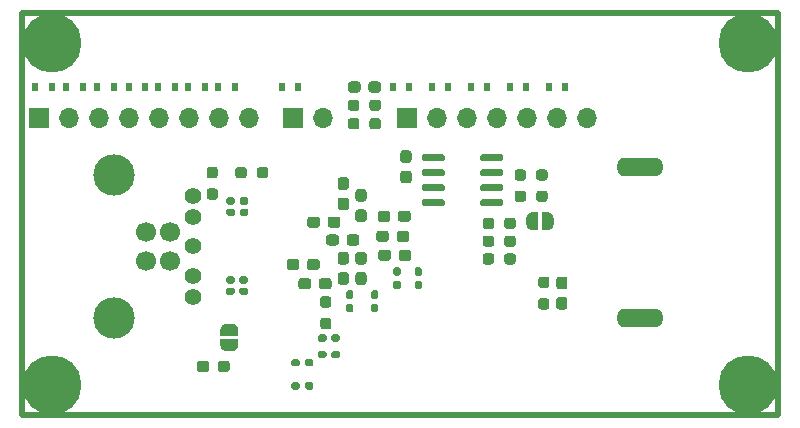
<source format=gbr>
G04 #@! TF.GenerationSoftware,KiCad,Pcbnew,5.1.10-6.fc33*
G04 #@! TF.CreationDate,2021-10-31T18:09:00+00:00*
G04 #@! TF.ProjectId,vl670,766c3637-302e-46b6-9963-61645f706362,rev?*
G04 #@! TF.SameCoordinates,Original*
G04 #@! TF.FileFunction,Soldermask,Bot*
G04 #@! TF.FilePolarity,Negative*
%FSLAX46Y46*%
G04 Gerber Fmt 4.6, Leading zero omitted, Abs format (unit mm)*
G04 Created by KiCad (PCBNEW 5.1.10-6.fc33) date 2021-10-31 18:09:00*
%MOMM*%
%LPD*%
G01*
G04 APERTURE LIST*
%ADD10C,0.508000*%
%ADD11C,1.400000*%
%ADD12C,3.500000*%
%ADD13C,1.700000*%
%ADD14C,0.100000*%
%ADD15C,0.800000*%
%ADD16C,5.000000*%
%ADD17O,1.700000X1.700000*%
%ADD18R,1.700000X1.700000*%
%ADD19R,0.600000X0.700000*%
%ADD20O,4.000000X1.600000*%
G04 APERTURE END LIST*
D10*
X172500000Y-103500000D02*
X236500000Y-103500000D01*
X172500000Y-137500000D02*
X172500000Y-103500000D01*
X236500000Y-137500000D02*
X172500000Y-137500000D01*
X236500000Y-103500000D02*
X236500000Y-137500000D01*
D11*
G04 #@! TO.C,J2*
X187000000Y-125750000D03*
X187000000Y-127500000D03*
X187000000Y-119000000D03*
X187000000Y-120750000D03*
X187000000Y-123250000D03*
D12*
X180290000Y-129270000D03*
X180290000Y-117230000D03*
D13*
X185000000Y-122000000D03*
X185000000Y-124500000D03*
X183000000Y-124500000D03*
X183000000Y-122000000D03*
G04 #@! TD*
D14*
G04 #@! TO.C,JP2*
G36*
X190800000Y-131100000D02*
G01*
X190800000Y-131600000D01*
X190799398Y-131600000D01*
X190799398Y-131624534D01*
X190794588Y-131673365D01*
X190785016Y-131721490D01*
X190770772Y-131768445D01*
X190751995Y-131813778D01*
X190728864Y-131857051D01*
X190701604Y-131897850D01*
X190670476Y-131935779D01*
X190635779Y-131970476D01*
X190597850Y-132001604D01*
X190557051Y-132028864D01*
X190513778Y-132051995D01*
X190468445Y-132070772D01*
X190421490Y-132085016D01*
X190373365Y-132094588D01*
X190324534Y-132099398D01*
X190300000Y-132099398D01*
X190300000Y-132100000D01*
X189800000Y-132100000D01*
X189800000Y-132099398D01*
X189775466Y-132099398D01*
X189726635Y-132094588D01*
X189678510Y-132085016D01*
X189631555Y-132070772D01*
X189586222Y-132051995D01*
X189542949Y-132028864D01*
X189502150Y-132001604D01*
X189464221Y-131970476D01*
X189429524Y-131935779D01*
X189398396Y-131897850D01*
X189371136Y-131857051D01*
X189348005Y-131813778D01*
X189329228Y-131768445D01*
X189314984Y-131721490D01*
X189305412Y-131673365D01*
X189300602Y-131624534D01*
X189300602Y-131600000D01*
X189300000Y-131600000D01*
X189300000Y-131100000D01*
X190800000Y-131100000D01*
G37*
G36*
X189300602Y-130300000D02*
G01*
X189300602Y-130275466D01*
X189305412Y-130226635D01*
X189314984Y-130178510D01*
X189329228Y-130131555D01*
X189348005Y-130086222D01*
X189371136Y-130042949D01*
X189398396Y-130002150D01*
X189429524Y-129964221D01*
X189464221Y-129929524D01*
X189502150Y-129898396D01*
X189542949Y-129871136D01*
X189586222Y-129848005D01*
X189631555Y-129829228D01*
X189678510Y-129814984D01*
X189726635Y-129805412D01*
X189775466Y-129800602D01*
X189800000Y-129800602D01*
X189800000Y-129800000D01*
X190300000Y-129800000D01*
X190300000Y-129800602D01*
X190324534Y-129800602D01*
X190373365Y-129805412D01*
X190421490Y-129814984D01*
X190468445Y-129829228D01*
X190513778Y-129848005D01*
X190557051Y-129871136D01*
X190597850Y-129898396D01*
X190635779Y-129929524D01*
X190670476Y-129964221D01*
X190701604Y-130002150D01*
X190728864Y-130042949D01*
X190751995Y-130086222D01*
X190770772Y-130131555D01*
X190785016Y-130178510D01*
X190794588Y-130226635D01*
X190799398Y-130275466D01*
X190799398Y-130300000D01*
X190800000Y-130300000D01*
X190800000Y-130800000D01*
X189300000Y-130800000D01*
X189300000Y-130300000D01*
X189300602Y-130300000D01*
G37*
G04 #@! TD*
G04 #@! TO.C,FB1*
G36*
G01*
X188350000Y-133162500D02*
X188350000Y-133637500D01*
G75*
G02*
X188112500Y-133875000I-237500J0D01*
G01*
X187537500Y-133875000D01*
G75*
G02*
X187300000Y-133637500I0J237500D01*
G01*
X187300000Y-133162500D01*
G75*
G02*
X187537500Y-132925000I237500J0D01*
G01*
X188112500Y-132925000D01*
G75*
G02*
X188350000Y-133162500I0J-237500D01*
G01*
G37*
G36*
G01*
X190100000Y-133162500D02*
X190100000Y-133637500D01*
G75*
G02*
X189862500Y-133875000I-237500J0D01*
G01*
X189287500Y-133875000D01*
G75*
G02*
X189050000Y-133637500I0J237500D01*
G01*
X189050000Y-133162500D01*
G75*
G02*
X189287500Y-132925000I237500J0D01*
G01*
X189862500Y-132925000D01*
G75*
G02*
X190100000Y-133162500I0J-237500D01*
G01*
G37*
G04 #@! TD*
G04 #@! TO.C,C82*
G36*
G01*
X198280000Y-132245000D02*
X198280000Y-132555000D01*
G75*
G02*
X198125000Y-132710000I-155000J0D01*
G01*
X197700000Y-132710000D01*
G75*
G02*
X197545000Y-132555000I0J155000D01*
G01*
X197545000Y-132245000D01*
G75*
G02*
X197700000Y-132090000I155000J0D01*
G01*
X198125000Y-132090000D01*
G75*
G02*
X198280000Y-132245000I0J-155000D01*
G01*
G37*
G36*
G01*
X199415000Y-132245000D02*
X199415000Y-132555000D01*
G75*
G02*
X199260000Y-132710000I-155000J0D01*
G01*
X198835000Y-132710000D01*
G75*
G02*
X198680000Y-132555000I0J155000D01*
G01*
X198680000Y-132245000D01*
G75*
G02*
X198835000Y-132090000I155000J0D01*
G01*
X199260000Y-132090000D01*
G75*
G02*
X199415000Y-132245000I0J-155000D01*
G01*
G37*
G04 #@! TD*
G04 #@! TO.C,C81*
G36*
G01*
X198280000Y-130845000D02*
X198280000Y-131155000D01*
G75*
G02*
X198125000Y-131310000I-155000J0D01*
G01*
X197700000Y-131310000D01*
G75*
G02*
X197545000Y-131155000I0J155000D01*
G01*
X197545000Y-130845000D01*
G75*
G02*
X197700000Y-130690000I155000J0D01*
G01*
X198125000Y-130690000D01*
G75*
G02*
X198280000Y-130845000I0J-155000D01*
G01*
G37*
G36*
G01*
X199415000Y-130845000D02*
X199415000Y-131155000D01*
G75*
G02*
X199260000Y-131310000I-155000J0D01*
G01*
X198835000Y-131310000D01*
G75*
G02*
X198680000Y-131155000I0J155000D01*
G01*
X198680000Y-130845000D01*
G75*
G02*
X198835000Y-130690000I155000J0D01*
G01*
X199260000Y-130690000D01*
G75*
G02*
X199415000Y-130845000I0J-155000D01*
G01*
G37*
G04 #@! TD*
G04 #@! TO.C,C80*
G36*
G01*
X196432500Y-133255000D02*
X196432500Y-132945000D01*
G75*
G02*
X196587500Y-132790000I155000J0D01*
G01*
X197012500Y-132790000D01*
G75*
G02*
X197167500Y-132945000I0J-155000D01*
G01*
X197167500Y-133255000D01*
G75*
G02*
X197012500Y-133410000I-155000J0D01*
G01*
X196587500Y-133410000D01*
G75*
G02*
X196432500Y-133255000I0J155000D01*
G01*
G37*
G36*
G01*
X195297500Y-133255000D02*
X195297500Y-132945000D01*
G75*
G02*
X195452500Y-132790000I155000J0D01*
G01*
X195877500Y-132790000D01*
G75*
G02*
X196032500Y-132945000I0J-155000D01*
G01*
X196032500Y-133255000D01*
G75*
G02*
X195877500Y-133410000I-155000J0D01*
G01*
X195452500Y-133410000D01*
G75*
G02*
X195297500Y-133255000I0J155000D01*
G01*
G37*
G04 #@! TD*
G04 #@! TO.C,C79*
G36*
G01*
X196432500Y-135205000D02*
X196432500Y-134895000D01*
G75*
G02*
X196587500Y-134740000I155000J0D01*
G01*
X197012500Y-134740000D01*
G75*
G02*
X197167500Y-134895000I0J-155000D01*
G01*
X197167500Y-135205000D01*
G75*
G02*
X197012500Y-135360000I-155000J0D01*
G01*
X196587500Y-135360000D01*
G75*
G02*
X196432500Y-135205000I0J155000D01*
G01*
G37*
G36*
G01*
X195297500Y-135205000D02*
X195297500Y-134895000D01*
G75*
G02*
X195452500Y-134740000I155000J0D01*
G01*
X195877500Y-134740000D01*
G75*
G02*
X196032500Y-134895000I0J-155000D01*
G01*
X196032500Y-135205000D01*
G75*
G02*
X195877500Y-135360000I-155000J0D01*
G01*
X195452500Y-135360000D01*
G75*
G02*
X195297500Y-135205000I0J155000D01*
G01*
G37*
G04 #@! TD*
G04 #@! TO.C,C74*
G36*
G01*
X190900000Y-126235000D02*
X190900000Y-125925000D01*
G75*
G02*
X191055000Y-125770000I155000J0D01*
G01*
X191480000Y-125770000D01*
G75*
G02*
X191635000Y-125925000I0J-155000D01*
G01*
X191635000Y-126235000D01*
G75*
G02*
X191480000Y-126390000I-155000J0D01*
G01*
X191055000Y-126390000D01*
G75*
G02*
X190900000Y-126235000I0J155000D01*
G01*
G37*
G36*
G01*
X189765000Y-126235000D02*
X189765000Y-125925000D01*
G75*
G02*
X189920000Y-125770000I155000J0D01*
G01*
X190345000Y-125770000D01*
G75*
G02*
X190500000Y-125925000I0J-155000D01*
G01*
X190500000Y-126235000D01*
G75*
G02*
X190345000Y-126390000I-155000J0D01*
G01*
X189920000Y-126390000D01*
G75*
G02*
X189765000Y-126235000I0J155000D01*
G01*
G37*
G04 #@! TD*
G04 #@! TO.C,C73*
G36*
G01*
X190900000Y-127205000D02*
X190900000Y-126895000D01*
G75*
G02*
X191055000Y-126740000I155000J0D01*
G01*
X191480000Y-126740000D01*
G75*
G02*
X191635000Y-126895000I0J-155000D01*
G01*
X191635000Y-127205000D01*
G75*
G02*
X191480000Y-127360000I-155000J0D01*
G01*
X191055000Y-127360000D01*
G75*
G02*
X190900000Y-127205000I0J155000D01*
G01*
G37*
G36*
G01*
X189765000Y-127205000D02*
X189765000Y-126895000D01*
G75*
G02*
X189920000Y-126740000I155000J0D01*
G01*
X190345000Y-126740000D01*
G75*
G02*
X190500000Y-126895000I0J-155000D01*
G01*
X190500000Y-127205000D01*
G75*
G02*
X190345000Y-127360000I-155000J0D01*
G01*
X189920000Y-127360000D01*
G75*
G02*
X189765000Y-127205000I0J155000D01*
G01*
G37*
G04 #@! TD*
D15*
G04 #@! TO.C,H4*
X235325825Y-133674175D03*
X234000000Y-133125000D03*
X232674175Y-133674175D03*
X232125000Y-135000000D03*
X232674175Y-136325825D03*
X234000000Y-136875000D03*
X235325825Y-136325825D03*
X235875000Y-135000000D03*
D16*
X234000000Y-135000000D03*
G04 #@! TD*
D15*
G04 #@! TO.C,H3*
X235325825Y-104674175D03*
X234000000Y-104125000D03*
X232674175Y-104674175D03*
X232125000Y-106000000D03*
X232674175Y-107325825D03*
X234000000Y-107875000D03*
X235325825Y-107325825D03*
X235875000Y-106000000D03*
D16*
X234000000Y-106000000D03*
G04 #@! TD*
D15*
G04 #@! TO.C,H2*
X176325825Y-133674175D03*
X175000000Y-133125000D03*
X173674175Y-133674175D03*
X173125000Y-135000000D03*
X173674175Y-136325825D03*
X175000000Y-136875000D03*
X176325825Y-136325825D03*
X176875000Y-135000000D03*
D16*
X175000000Y-135000000D03*
G04 #@! TD*
D15*
G04 #@! TO.C,H1*
X176325825Y-104674175D03*
X175000000Y-104125000D03*
X173674175Y-104674175D03*
X173125000Y-106000000D03*
X173674175Y-107325825D03*
X175000000Y-107875000D03*
X176325825Y-107325825D03*
X176875000Y-106000000D03*
D16*
X175000000Y-106000000D03*
G04 #@! TD*
D17*
G04 #@! TO.C,J3*
X191740000Y-112400000D03*
X189200000Y-112400000D03*
X186660000Y-112400000D03*
X184120000Y-112400000D03*
X181580000Y-112400000D03*
X179040000Y-112400000D03*
X176500000Y-112400000D03*
D18*
X173960000Y-112400000D03*
G04 #@! TD*
G04 #@! TO.C,R13*
G36*
G01*
X188362500Y-118325000D02*
X188837500Y-118325000D01*
G75*
G02*
X189075000Y-118562500I0J-237500D01*
G01*
X189075000Y-119062500D01*
G75*
G02*
X188837500Y-119300000I-237500J0D01*
G01*
X188362500Y-119300000D01*
G75*
G02*
X188125000Y-119062500I0J237500D01*
G01*
X188125000Y-118562500D01*
G75*
G02*
X188362500Y-118325000I237500J0D01*
G01*
G37*
G36*
G01*
X188362500Y-116500000D02*
X188837500Y-116500000D01*
G75*
G02*
X189075000Y-116737500I0J-237500D01*
G01*
X189075000Y-117237500D01*
G75*
G02*
X188837500Y-117475000I-237500J0D01*
G01*
X188362500Y-117475000D01*
G75*
G02*
X188125000Y-117237500I0J237500D01*
G01*
X188125000Y-116737500D01*
G75*
G02*
X188362500Y-116500000I237500J0D01*
G01*
G37*
G04 #@! TD*
D19*
G04 #@! TO.C,D19*
X173600000Y-109728000D03*
X175000000Y-109728000D03*
G04 #@! TD*
G04 #@! TO.C,R23*
G36*
G01*
X216915000Y-126775000D02*
X216440000Y-126775000D01*
G75*
G02*
X216202500Y-126537500I0J237500D01*
G01*
X216202500Y-126037500D01*
G75*
G02*
X216440000Y-125800000I237500J0D01*
G01*
X216915000Y-125800000D01*
G75*
G02*
X217152500Y-126037500I0J-237500D01*
G01*
X217152500Y-126537500D01*
G75*
G02*
X216915000Y-126775000I-237500J0D01*
G01*
G37*
G36*
G01*
X216915000Y-128600000D02*
X216440000Y-128600000D01*
G75*
G02*
X216202500Y-128362500I0J237500D01*
G01*
X216202500Y-127862500D01*
G75*
G02*
X216440000Y-127625000I237500J0D01*
G01*
X216915000Y-127625000D01*
G75*
G02*
X217152500Y-127862500I0J-237500D01*
G01*
X217152500Y-128362500D01*
G75*
G02*
X216915000Y-128600000I-237500J0D01*
G01*
G37*
G04 #@! TD*
D20*
G04 #@! TO.C,J4*
X224815000Y-129290000D03*
X224815000Y-116490000D03*
G04 #@! TD*
G04 #@! TO.C,R21*
G36*
G01*
X201911000Y-113089500D02*
X201911000Y-112614500D01*
G75*
G02*
X202148500Y-112377000I237500J0D01*
G01*
X202648500Y-112377000D01*
G75*
G02*
X202886000Y-112614500I0J-237500D01*
G01*
X202886000Y-113089500D01*
G75*
G02*
X202648500Y-113327000I-237500J0D01*
G01*
X202148500Y-113327000D01*
G75*
G02*
X201911000Y-113089500I0J237500D01*
G01*
G37*
G36*
G01*
X200086000Y-113089500D02*
X200086000Y-112614500D01*
G75*
G02*
X200323500Y-112377000I237500J0D01*
G01*
X200823500Y-112377000D01*
G75*
G02*
X201061000Y-112614500I0J-237500D01*
G01*
X201061000Y-113089500D01*
G75*
G02*
X200823500Y-113327000I-237500J0D01*
G01*
X200323500Y-113327000D01*
G75*
G02*
X200086000Y-113089500I0J237500D01*
G01*
G37*
G04 #@! TD*
G04 #@! TO.C,R20*
G36*
G01*
X201911000Y-111537500D02*
X201911000Y-111062500D01*
G75*
G02*
X202148500Y-110825000I237500J0D01*
G01*
X202648500Y-110825000D01*
G75*
G02*
X202886000Y-111062500I0J-237500D01*
G01*
X202886000Y-111537500D01*
G75*
G02*
X202648500Y-111775000I-237500J0D01*
G01*
X202148500Y-111775000D01*
G75*
G02*
X201911000Y-111537500I0J237500D01*
G01*
G37*
G36*
G01*
X200086000Y-111537500D02*
X200086000Y-111062500D01*
G75*
G02*
X200323500Y-110825000I237500J0D01*
G01*
X200823500Y-110825000D01*
G75*
G02*
X201061000Y-111062500I0J-237500D01*
G01*
X201061000Y-111537500D01*
G75*
G02*
X200823500Y-111775000I-237500J0D01*
G01*
X200323500Y-111775000D01*
G75*
G02*
X200086000Y-111537500I0J237500D01*
G01*
G37*
G04 #@! TD*
D19*
G04 #@! TO.C,D18*
X194500000Y-109728000D03*
X195900000Y-109728000D03*
G04 #@! TD*
G04 #@! TO.C,D17*
X218505000Y-109764000D03*
X217105000Y-109764000D03*
G04 #@! TD*
G04 #@! TO.C,D16*
X211901000Y-109764000D03*
X210501000Y-109764000D03*
G04 #@! TD*
G04 #@! TO.C,D15*
X215203000Y-109764000D03*
X213803000Y-109764000D03*
G04 #@! TD*
G04 #@! TO.C,D14*
X205297000Y-109728000D03*
X203897000Y-109728000D03*
G04 #@! TD*
G04 #@! TO.C,D13*
X208599000Y-109764000D03*
X207199000Y-109764000D03*
G04 #@! TD*
G04 #@! TO.C,D12*
X189130000Y-109728000D03*
X190530000Y-109728000D03*
G04 #@! TD*
G04 #@! TO.C,D11*
X186550000Y-109728000D03*
X187950000Y-109728000D03*
G04 #@! TD*
G04 #@! TO.C,D10*
X184040000Y-109728000D03*
X185440000Y-109728000D03*
G04 #@! TD*
G04 #@! TO.C,D9*
X181520000Y-109728000D03*
X182920000Y-109728000D03*
G04 #@! TD*
G04 #@! TO.C,D8*
X178880000Y-109728000D03*
X180280000Y-109728000D03*
G04 #@! TD*
G04 #@! TO.C,D7*
X176240000Y-109728000D03*
X177640000Y-109728000D03*
G04 #@! TD*
G04 #@! TO.C,R5*
G36*
G01*
X197984300Y-127462500D02*
X198459300Y-127462500D01*
G75*
G02*
X198696800Y-127700000I0J-237500D01*
G01*
X198696800Y-128200000D01*
G75*
G02*
X198459300Y-128437500I-237500J0D01*
G01*
X197984300Y-128437500D01*
G75*
G02*
X197746800Y-128200000I0J237500D01*
G01*
X197746800Y-127700000D01*
G75*
G02*
X197984300Y-127462500I237500J0D01*
G01*
G37*
G36*
G01*
X197984300Y-129287500D02*
X198459300Y-129287500D01*
G75*
G02*
X198696800Y-129525000I0J-237500D01*
G01*
X198696800Y-130025000D01*
G75*
G02*
X198459300Y-130262500I-237500J0D01*
G01*
X197984300Y-130262500D01*
G75*
G02*
X197746800Y-130025000I0J237500D01*
G01*
X197746800Y-129525000D01*
G75*
G02*
X197984300Y-129287500I237500J0D01*
G01*
G37*
G04 #@! TD*
G04 #@! TO.C,R7*
G36*
G01*
X211500000Y-123037500D02*
X211500000Y-122562500D01*
G75*
G02*
X211737500Y-122325000I237500J0D01*
G01*
X212237500Y-122325000D01*
G75*
G02*
X212475000Y-122562500I0J-237500D01*
G01*
X212475000Y-123037500D01*
G75*
G02*
X212237500Y-123275000I-237500J0D01*
G01*
X211737500Y-123275000D01*
G75*
G02*
X211500000Y-123037500I0J237500D01*
G01*
G37*
G36*
G01*
X213325000Y-123037500D02*
X213325000Y-122562500D01*
G75*
G02*
X213562500Y-122325000I237500J0D01*
G01*
X214062500Y-122325000D01*
G75*
G02*
X214300000Y-122562500I0J-237500D01*
G01*
X214300000Y-123037500D01*
G75*
G02*
X214062500Y-123275000I-237500J0D01*
G01*
X213562500Y-123275000D01*
G75*
G02*
X213325000Y-123037500I0J237500D01*
G01*
G37*
G04 #@! TD*
G04 #@! TO.C,R10*
G36*
G01*
X215175000Y-116962500D02*
X215175000Y-117437500D01*
G75*
G02*
X214937500Y-117675000I-237500J0D01*
G01*
X214437500Y-117675000D01*
G75*
G02*
X214200000Y-117437500I0J237500D01*
G01*
X214200000Y-116962500D01*
G75*
G02*
X214437500Y-116725000I237500J0D01*
G01*
X214937500Y-116725000D01*
G75*
G02*
X215175000Y-116962500I0J-237500D01*
G01*
G37*
G36*
G01*
X217000000Y-116962500D02*
X217000000Y-117437500D01*
G75*
G02*
X216762500Y-117675000I-237500J0D01*
G01*
X216262500Y-117675000D01*
G75*
G02*
X216025000Y-117437500I0J237500D01*
G01*
X216025000Y-116962500D01*
G75*
G02*
X216262500Y-116725000I237500J0D01*
G01*
X216762500Y-116725000D01*
G75*
G02*
X217000000Y-116962500I0J-237500D01*
G01*
G37*
G04 #@! TD*
D17*
G04 #@! TO.C,J5*
X198000000Y-112400000D03*
D18*
X195460000Y-112400000D03*
G04 #@! TD*
D17*
G04 #@! TO.C,J1*
X220330000Y-112400000D03*
X217790000Y-112400000D03*
X215250000Y-112400000D03*
X212710000Y-112400000D03*
X210170000Y-112400000D03*
X207630000Y-112400000D03*
D18*
X205090000Y-112400000D03*
G04 #@! TD*
G04 #@! TO.C,C20*
G36*
G01*
X217962500Y-127525000D02*
X218437500Y-127525000D01*
G75*
G02*
X218675000Y-127762500I0J-237500D01*
G01*
X218675000Y-128362500D01*
G75*
G02*
X218437500Y-128600000I-237500J0D01*
G01*
X217962500Y-128600000D01*
G75*
G02*
X217725000Y-128362500I0J237500D01*
G01*
X217725000Y-127762500D01*
G75*
G02*
X217962500Y-127525000I237500J0D01*
G01*
G37*
G36*
G01*
X217962500Y-125800000D02*
X218437500Y-125800000D01*
G75*
G02*
X218675000Y-126037500I0J-237500D01*
G01*
X218675000Y-126637500D01*
G75*
G02*
X218437500Y-126875000I-237500J0D01*
G01*
X217962500Y-126875000D01*
G75*
G02*
X217725000Y-126637500I0J237500D01*
G01*
X217725000Y-126037500D01*
G75*
G02*
X217962500Y-125800000I237500J0D01*
G01*
G37*
G04 #@! TD*
G04 #@! TO.C,C26*
G36*
G01*
X204762500Y-115100000D02*
X205237500Y-115100000D01*
G75*
G02*
X205475000Y-115337500I0J-237500D01*
G01*
X205475000Y-115937500D01*
G75*
G02*
X205237500Y-116175000I-237500J0D01*
G01*
X204762500Y-116175000D01*
G75*
G02*
X204525000Y-115937500I0J237500D01*
G01*
X204525000Y-115337500D01*
G75*
G02*
X204762500Y-115100000I237500J0D01*
G01*
G37*
G36*
G01*
X204762500Y-116825000D02*
X205237500Y-116825000D01*
G75*
G02*
X205475000Y-117062500I0J-237500D01*
G01*
X205475000Y-117662500D01*
G75*
G02*
X205237500Y-117900000I-237500J0D01*
G01*
X204762500Y-117900000D01*
G75*
G02*
X204525000Y-117662500I0J237500D01*
G01*
X204525000Y-117062500D01*
G75*
G02*
X204762500Y-116825000I237500J0D01*
G01*
G37*
G04 #@! TD*
G04 #@! TO.C,C32*
G36*
G01*
X203737500Y-123762500D02*
X203737500Y-124237500D01*
G75*
G02*
X203500000Y-124475000I-237500J0D01*
G01*
X202900000Y-124475000D01*
G75*
G02*
X202662500Y-124237500I0J237500D01*
G01*
X202662500Y-123762500D01*
G75*
G02*
X202900000Y-123525000I237500J0D01*
G01*
X203500000Y-123525000D01*
G75*
G02*
X203737500Y-123762500I0J-237500D01*
G01*
G37*
G36*
G01*
X205462500Y-123762500D02*
X205462500Y-124237500D01*
G75*
G02*
X205225000Y-124475000I-237500J0D01*
G01*
X204625000Y-124475000D01*
G75*
G02*
X204387500Y-124237500I0J237500D01*
G01*
X204387500Y-123762500D01*
G75*
G02*
X204625000Y-123525000I237500J0D01*
G01*
X205225000Y-123525000D01*
G75*
G02*
X205462500Y-123762500I0J-237500D01*
G01*
G37*
G04 #@! TD*
G04 #@! TO.C,C33*
G36*
G01*
X205400000Y-120462500D02*
X205400000Y-120937500D01*
G75*
G02*
X205162500Y-121175000I-237500J0D01*
G01*
X204562500Y-121175000D01*
G75*
G02*
X204325000Y-120937500I0J237500D01*
G01*
X204325000Y-120462500D01*
G75*
G02*
X204562500Y-120225000I237500J0D01*
G01*
X205162500Y-120225000D01*
G75*
G02*
X205400000Y-120462500I0J-237500D01*
G01*
G37*
G36*
G01*
X203675000Y-120462500D02*
X203675000Y-120937500D01*
G75*
G02*
X203437500Y-121175000I-237500J0D01*
G01*
X202837500Y-121175000D01*
G75*
G02*
X202600000Y-120937500I0J237500D01*
G01*
X202600000Y-120462500D01*
G75*
G02*
X202837500Y-120225000I237500J0D01*
G01*
X203437500Y-120225000D01*
G75*
G02*
X203675000Y-120462500I0J-237500D01*
G01*
G37*
G04 #@! TD*
G04 #@! TO.C,C34*
G36*
G01*
X200962500Y-120112500D02*
X201437500Y-120112500D01*
G75*
G02*
X201675000Y-120350000I0J-237500D01*
G01*
X201675000Y-120950000D01*
G75*
G02*
X201437500Y-121187500I-237500J0D01*
G01*
X200962500Y-121187500D01*
G75*
G02*
X200725000Y-120950000I0J237500D01*
G01*
X200725000Y-120350000D01*
G75*
G02*
X200962500Y-120112500I237500J0D01*
G01*
G37*
G36*
G01*
X200962500Y-118387500D02*
X201437500Y-118387500D01*
G75*
G02*
X201675000Y-118625000I0J-237500D01*
G01*
X201675000Y-119225000D01*
G75*
G02*
X201437500Y-119462500I-237500J0D01*
G01*
X200962500Y-119462500D01*
G75*
G02*
X200725000Y-119225000I0J237500D01*
G01*
X200725000Y-118625000D01*
G75*
G02*
X200962500Y-118387500I237500J0D01*
G01*
G37*
G04 #@! TD*
G04 #@! TO.C,C35*
G36*
G01*
X197700000Y-124540000D02*
X197700000Y-125015000D01*
G75*
G02*
X197462500Y-125252500I-237500J0D01*
G01*
X196862500Y-125252500D01*
G75*
G02*
X196625000Y-125015000I0J237500D01*
G01*
X196625000Y-124540000D01*
G75*
G02*
X196862500Y-124302500I237500J0D01*
G01*
X197462500Y-124302500D01*
G75*
G02*
X197700000Y-124540000I0J-237500D01*
G01*
G37*
G36*
G01*
X195975000Y-124540000D02*
X195975000Y-125015000D01*
G75*
G02*
X195737500Y-125252500I-237500J0D01*
G01*
X195137500Y-125252500D01*
G75*
G02*
X194900000Y-125015000I0J237500D01*
G01*
X194900000Y-124540000D01*
G75*
G02*
X195137500Y-124302500I237500J0D01*
G01*
X195737500Y-124302500D01*
G75*
G02*
X195975000Y-124540000I0J-237500D01*
G01*
G37*
G04 #@! TD*
G04 #@! TO.C,C41*
G36*
G01*
X201437500Y-126500000D02*
X200962500Y-126500000D01*
G75*
G02*
X200725000Y-126262500I0J237500D01*
G01*
X200725000Y-125662500D01*
G75*
G02*
X200962500Y-125425000I237500J0D01*
G01*
X201437500Y-125425000D01*
G75*
G02*
X201675000Y-125662500I0J-237500D01*
G01*
X201675000Y-126262500D01*
G75*
G02*
X201437500Y-126500000I-237500J0D01*
G01*
G37*
G36*
G01*
X201437500Y-124775000D02*
X200962500Y-124775000D01*
G75*
G02*
X200725000Y-124537500I0J237500D01*
G01*
X200725000Y-123937500D01*
G75*
G02*
X200962500Y-123700000I237500J0D01*
G01*
X201437500Y-123700000D01*
G75*
G02*
X201675000Y-123937500I0J-237500D01*
G01*
X201675000Y-124537500D01*
G75*
G02*
X201437500Y-124775000I-237500J0D01*
G01*
G37*
G04 #@! TD*
G04 #@! TO.C,C42*
G36*
G01*
X198700000Y-126162500D02*
X198700000Y-126637500D01*
G75*
G02*
X198462500Y-126875000I-237500J0D01*
G01*
X197862500Y-126875000D01*
G75*
G02*
X197625000Y-126637500I0J237500D01*
G01*
X197625000Y-126162500D01*
G75*
G02*
X197862500Y-125925000I237500J0D01*
G01*
X198462500Y-125925000D01*
G75*
G02*
X198700000Y-126162500I0J-237500D01*
G01*
G37*
G36*
G01*
X196975000Y-126162500D02*
X196975000Y-126637500D01*
G75*
G02*
X196737500Y-126875000I-237500J0D01*
G01*
X196137500Y-126875000D01*
G75*
G02*
X195900000Y-126637500I0J237500D01*
G01*
X195900000Y-126162500D01*
G75*
G02*
X196137500Y-125925000I237500J0D01*
G01*
X196737500Y-125925000D01*
G75*
G02*
X196975000Y-126162500I0J-237500D01*
G01*
G37*
G04 #@! TD*
G04 #@! TO.C,C43*
G36*
G01*
X199937500Y-124775000D02*
X199462500Y-124775000D01*
G75*
G02*
X199225000Y-124537500I0J237500D01*
G01*
X199225000Y-123937500D01*
G75*
G02*
X199462500Y-123700000I237500J0D01*
G01*
X199937500Y-123700000D01*
G75*
G02*
X200175000Y-123937500I0J-237500D01*
G01*
X200175000Y-124537500D01*
G75*
G02*
X199937500Y-124775000I-237500J0D01*
G01*
G37*
G36*
G01*
X199937500Y-126500000D02*
X199462500Y-126500000D01*
G75*
G02*
X199225000Y-126262500I0J237500D01*
G01*
X199225000Y-125662500D01*
G75*
G02*
X199462500Y-125425000I237500J0D01*
G01*
X199937500Y-125425000D01*
G75*
G02*
X200175000Y-125662500I0J-237500D01*
G01*
X200175000Y-126262500D01*
G75*
G02*
X199937500Y-126500000I-237500J0D01*
G01*
G37*
G04 #@! TD*
G04 #@! TO.C,C61*
G36*
G01*
X203562500Y-122162500D02*
X203562500Y-122637500D01*
G75*
G02*
X203325000Y-122875000I-237500J0D01*
G01*
X202725000Y-122875000D01*
G75*
G02*
X202487500Y-122637500I0J237500D01*
G01*
X202487500Y-122162500D01*
G75*
G02*
X202725000Y-121925000I237500J0D01*
G01*
X203325000Y-121925000D01*
G75*
G02*
X203562500Y-122162500I0J-237500D01*
G01*
G37*
G36*
G01*
X205287500Y-122162500D02*
X205287500Y-122637500D01*
G75*
G02*
X205050000Y-122875000I-237500J0D01*
G01*
X204450000Y-122875000D01*
G75*
G02*
X204212500Y-122637500I0J237500D01*
G01*
X204212500Y-122162500D01*
G75*
G02*
X204450000Y-121925000I237500J0D01*
G01*
X205050000Y-121925000D01*
G75*
G02*
X205287500Y-122162500I0J-237500D01*
G01*
G37*
G04 #@! TD*
G04 #@! TO.C,C62*
G36*
G01*
X199937500Y-120187500D02*
X199462500Y-120187500D01*
G75*
G02*
X199225000Y-119950000I0J237500D01*
G01*
X199225000Y-119350000D01*
G75*
G02*
X199462500Y-119112500I237500J0D01*
G01*
X199937500Y-119112500D01*
G75*
G02*
X200175000Y-119350000I0J-237500D01*
G01*
X200175000Y-119950000D01*
G75*
G02*
X199937500Y-120187500I-237500J0D01*
G01*
G37*
G36*
G01*
X199937500Y-118462500D02*
X199462500Y-118462500D01*
G75*
G02*
X199225000Y-118225000I0J237500D01*
G01*
X199225000Y-117625000D01*
G75*
G02*
X199462500Y-117387500I237500J0D01*
G01*
X199937500Y-117387500D01*
G75*
G02*
X200175000Y-117625000I0J-237500D01*
G01*
X200175000Y-118225000D01*
G75*
G02*
X199937500Y-118462500I-237500J0D01*
G01*
G37*
G04 #@! TD*
D14*
G04 #@! TO.C,JP1*
G36*
X216200000Y-121850000D02*
G01*
X215700000Y-121850000D01*
X215700000Y-121849398D01*
X215675466Y-121849398D01*
X215626635Y-121844588D01*
X215578510Y-121835016D01*
X215531555Y-121820772D01*
X215486222Y-121801995D01*
X215442949Y-121778864D01*
X215402150Y-121751604D01*
X215364221Y-121720476D01*
X215329524Y-121685779D01*
X215298396Y-121647850D01*
X215271136Y-121607051D01*
X215248005Y-121563778D01*
X215229228Y-121518445D01*
X215214984Y-121471490D01*
X215205412Y-121423365D01*
X215200602Y-121374534D01*
X215200602Y-121350000D01*
X215200000Y-121350000D01*
X215200000Y-120850000D01*
X215200602Y-120850000D01*
X215200602Y-120825466D01*
X215205412Y-120776635D01*
X215214984Y-120728510D01*
X215229228Y-120681555D01*
X215248005Y-120636222D01*
X215271136Y-120592949D01*
X215298396Y-120552150D01*
X215329524Y-120514221D01*
X215364221Y-120479524D01*
X215402150Y-120448396D01*
X215442949Y-120421136D01*
X215486222Y-120398005D01*
X215531555Y-120379228D01*
X215578510Y-120364984D01*
X215626635Y-120355412D01*
X215675466Y-120350602D01*
X215700000Y-120350602D01*
X215700000Y-120350000D01*
X216200000Y-120350000D01*
X216200000Y-121850000D01*
G37*
G36*
X217000000Y-120350602D02*
G01*
X217024534Y-120350602D01*
X217073365Y-120355412D01*
X217121490Y-120364984D01*
X217168445Y-120379228D01*
X217213778Y-120398005D01*
X217257051Y-120421136D01*
X217297850Y-120448396D01*
X217335779Y-120479524D01*
X217370476Y-120514221D01*
X217401604Y-120552150D01*
X217428864Y-120592949D01*
X217451995Y-120636222D01*
X217470772Y-120681555D01*
X217485016Y-120728510D01*
X217494588Y-120776635D01*
X217499398Y-120825466D01*
X217499398Y-120850000D01*
X217500000Y-120850000D01*
X217500000Y-121350000D01*
X217499398Y-121350000D01*
X217499398Y-121374534D01*
X217494588Y-121423365D01*
X217485016Y-121471490D01*
X217470772Y-121518445D01*
X217451995Y-121563778D01*
X217428864Y-121607051D01*
X217401604Y-121647850D01*
X217370476Y-121685779D01*
X217335779Y-121720476D01*
X217297850Y-121751604D01*
X217257051Y-121778864D01*
X217213778Y-121801995D01*
X217168445Y-121820772D01*
X217121490Y-121835016D01*
X217073365Y-121844588D01*
X217024534Y-121849398D01*
X217000000Y-121849398D01*
X217000000Y-121850000D01*
X216500000Y-121850000D01*
X216500000Y-120350000D01*
X217000000Y-120350000D01*
X217000000Y-120350602D01*
G37*
G04 #@! TD*
G04 #@! TO.C,R6*
G36*
G01*
X211500000Y-121537500D02*
X211500000Y-121062500D01*
G75*
G02*
X211737500Y-120825000I237500J0D01*
G01*
X212237500Y-120825000D01*
G75*
G02*
X212475000Y-121062500I0J-237500D01*
G01*
X212475000Y-121537500D01*
G75*
G02*
X212237500Y-121775000I-237500J0D01*
G01*
X211737500Y-121775000D01*
G75*
G02*
X211500000Y-121537500I0J237500D01*
G01*
G37*
G36*
G01*
X213325000Y-121537500D02*
X213325000Y-121062500D01*
G75*
G02*
X213562500Y-120825000I237500J0D01*
G01*
X214062500Y-120825000D01*
G75*
G02*
X214300000Y-121062500I0J-237500D01*
G01*
X214300000Y-121537500D01*
G75*
G02*
X214062500Y-121775000I-237500J0D01*
G01*
X213562500Y-121775000D01*
G75*
G02*
X213325000Y-121537500I0J237500D01*
G01*
G37*
G04 #@! TD*
G04 #@! TO.C,R8*
G36*
G01*
X213325000Y-124537500D02*
X213325000Y-124062500D01*
G75*
G02*
X213562500Y-123825000I237500J0D01*
G01*
X214062500Y-123825000D01*
G75*
G02*
X214300000Y-124062500I0J-237500D01*
G01*
X214300000Y-124537500D01*
G75*
G02*
X214062500Y-124775000I-237500J0D01*
G01*
X213562500Y-124775000D01*
G75*
G02*
X213325000Y-124537500I0J237500D01*
G01*
G37*
G36*
G01*
X211500000Y-124537500D02*
X211500000Y-124062500D01*
G75*
G02*
X211737500Y-123825000I237500J0D01*
G01*
X212237500Y-123825000D01*
G75*
G02*
X212475000Y-124062500I0J-237500D01*
G01*
X212475000Y-124537500D01*
G75*
G02*
X212237500Y-124775000I-237500J0D01*
G01*
X211737500Y-124775000D01*
G75*
G02*
X211500000Y-124537500I0J237500D01*
G01*
G37*
G04 #@! TD*
G04 #@! TO.C,R9*
G36*
G01*
X192375000Y-117237500D02*
X192375000Y-116762500D01*
G75*
G02*
X192612500Y-116525000I237500J0D01*
G01*
X193112500Y-116525000D01*
G75*
G02*
X193350000Y-116762500I0J-237500D01*
G01*
X193350000Y-117237500D01*
G75*
G02*
X193112500Y-117475000I-237500J0D01*
G01*
X192612500Y-117475000D01*
G75*
G02*
X192375000Y-117237500I0J237500D01*
G01*
G37*
G36*
G01*
X190550000Y-117237500D02*
X190550000Y-116762500D01*
G75*
G02*
X190787500Y-116525000I237500J0D01*
G01*
X191287500Y-116525000D01*
G75*
G02*
X191525000Y-116762500I0J-237500D01*
G01*
X191525000Y-117237500D01*
G75*
G02*
X191287500Y-117475000I-237500J0D01*
G01*
X190787500Y-117475000D01*
G75*
G02*
X190550000Y-117237500I0J237500D01*
G01*
G37*
G04 #@! TD*
G04 #@! TO.C,R11*
G36*
G01*
X215175000Y-118762500D02*
X215175000Y-119237500D01*
G75*
G02*
X214937500Y-119475000I-237500J0D01*
G01*
X214437500Y-119475000D01*
G75*
G02*
X214200000Y-119237500I0J237500D01*
G01*
X214200000Y-118762500D01*
G75*
G02*
X214437500Y-118525000I237500J0D01*
G01*
X214937500Y-118525000D01*
G75*
G02*
X215175000Y-118762500I0J-237500D01*
G01*
G37*
G36*
G01*
X217000000Y-118762500D02*
X217000000Y-119237500D01*
G75*
G02*
X216762500Y-119475000I-237500J0D01*
G01*
X216262500Y-119475000D01*
G75*
G02*
X216025000Y-119237500I0J237500D01*
G01*
X216025000Y-118762500D01*
G75*
G02*
X216262500Y-118525000I237500J0D01*
G01*
X216762500Y-118525000D01*
G75*
G02*
X217000000Y-118762500I0J-237500D01*
G01*
G37*
G04 #@! TD*
G04 #@! TO.C,U6*
G36*
G01*
X213250000Y-115595000D02*
X213250000Y-115895000D01*
G75*
G02*
X213100000Y-116045000I-150000J0D01*
G01*
X211450000Y-116045000D01*
G75*
G02*
X211300000Y-115895000I0J150000D01*
G01*
X211300000Y-115595000D01*
G75*
G02*
X211450000Y-115445000I150000J0D01*
G01*
X213100000Y-115445000D01*
G75*
G02*
X213250000Y-115595000I0J-150000D01*
G01*
G37*
G36*
G01*
X213250000Y-116865000D02*
X213250000Y-117165000D01*
G75*
G02*
X213100000Y-117315000I-150000J0D01*
G01*
X211450000Y-117315000D01*
G75*
G02*
X211300000Y-117165000I0J150000D01*
G01*
X211300000Y-116865000D01*
G75*
G02*
X211450000Y-116715000I150000J0D01*
G01*
X213100000Y-116715000D01*
G75*
G02*
X213250000Y-116865000I0J-150000D01*
G01*
G37*
G36*
G01*
X213250000Y-118135000D02*
X213250000Y-118435000D01*
G75*
G02*
X213100000Y-118585000I-150000J0D01*
G01*
X211450000Y-118585000D01*
G75*
G02*
X211300000Y-118435000I0J150000D01*
G01*
X211300000Y-118135000D01*
G75*
G02*
X211450000Y-117985000I150000J0D01*
G01*
X213100000Y-117985000D01*
G75*
G02*
X213250000Y-118135000I0J-150000D01*
G01*
G37*
G36*
G01*
X213250000Y-119405000D02*
X213250000Y-119705000D01*
G75*
G02*
X213100000Y-119855000I-150000J0D01*
G01*
X211450000Y-119855000D01*
G75*
G02*
X211300000Y-119705000I0J150000D01*
G01*
X211300000Y-119405000D01*
G75*
G02*
X211450000Y-119255000I150000J0D01*
G01*
X213100000Y-119255000D01*
G75*
G02*
X213250000Y-119405000I0J-150000D01*
G01*
G37*
G36*
G01*
X208300000Y-119405000D02*
X208300000Y-119705000D01*
G75*
G02*
X208150000Y-119855000I-150000J0D01*
G01*
X206500000Y-119855000D01*
G75*
G02*
X206350000Y-119705000I0J150000D01*
G01*
X206350000Y-119405000D01*
G75*
G02*
X206500000Y-119255000I150000J0D01*
G01*
X208150000Y-119255000D01*
G75*
G02*
X208300000Y-119405000I0J-150000D01*
G01*
G37*
G36*
G01*
X208300000Y-118135000D02*
X208300000Y-118435000D01*
G75*
G02*
X208150000Y-118585000I-150000J0D01*
G01*
X206500000Y-118585000D01*
G75*
G02*
X206350000Y-118435000I0J150000D01*
G01*
X206350000Y-118135000D01*
G75*
G02*
X206500000Y-117985000I150000J0D01*
G01*
X208150000Y-117985000D01*
G75*
G02*
X208300000Y-118135000I0J-150000D01*
G01*
G37*
G36*
G01*
X208300000Y-116865000D02*
X208300000Y-117165000D01*
G75*
G02*
X208150000Y-117315000I-150000J0D01*
G01*
X206500000Y-117315000D01*
G75*
G02*
X206350000Y-117165000I0J150000D01*
G01*
X206350000Y-116865000D01*
G75*
G02*
X206500000Y-116715000I150000J0D01*
G01*
X208150000Y-116715000D01*
G75*
G02*
X208300000Y-116865000I0J-150000D01*
G01*
G37*
G36*
G01*
X208300000Y-115595000D02*
X208300000Y-115895000D01*
G75*
G02*
X208150000Y-116045000I-150000J0D01*
G01*
X206500000Y-116045000D01*
G75*
G02*
X206350000Y-115895000I0J150000D01*
G01*
X206350000Y-115595000D01*
G75*
G02*
X206500000Y-115445000I150000J0D01*
G01*
X208150000Y-115445000D01*
G75*
G02*
X208300000Y-115595000I0J-150000D01*
G01*
G37*
G04 #@! TD*
G04 #@! TO.C,C52*
G36*
G01*
X196650000Y-121437500D02*
X196650000Y-120962500D01*
G75*
G02*
X196887500Y-120725000I237500J0D01*
G01*
X197487500Y-120725000D01*
G75*
G02*
X197725000Y-120962500I0J-237500D01*
G01*
X197725000Y-121437500D01*
G75*
G02*
X197487500Y-121675000I-237500J0D01*
G01*
X196887500Y-121675000D01*
G75*
G02*
X196650000Y-121437500I0J237500D01*
G01*
G37*
G36*
G01*
X198375000Y-121437500D02*
X198375000Y-120962500D01*
G75*
G02*
X198612500Y-120725000I237500J0D01*
G01*
X199212500Y-120725000D01*
G75*
G02*
X199450000Y-120962500I0J-237500D01*
G01*
X199450000Y-121437500D01*
G75*
G02*
X199212500Y-121675000I-237500J0D01*
G01*
X198612500Y-121675000D01*
G75*
G02*
X198375000Y-121437500I0J237500D01*
G01*
G37*
G04 #@! TD*
G04 #@! TO.C,C31*
G36*
G01*
X199975000Y-122937500D02*
X199975000Y-122462500D01*
G75*
G02*
X200212500Y-122225000I237500J0D01*
G01*
X200812500Y-122225000D01*
G75*
G02*
X201050000Y-122462500I0J-237500D01*
G01*
X201050000Y-122937500D01*
G75*
G02*
X200812500Y-123175000I-237500J0D01*
G01*
X200212500Y-123175000D01*
G75*
G02*
X199975000Y-122937500I0J237500D01*
G01*
G37*
G36*
G01*
X198250000Y-122937500D02*
X198250000Y-122462500D01*
G75*
G02*
X198487500Y-122225000I237500J0D01*
G01*
X199087500Y-122225000D01*
G75*
G02*
X199325000Y-122462500I0J-237500D01*
G01*
X199325000Y-122937500D01*
G75*
G02*
X199087500Y-123175000I-237500J0D01*
G01*
X198487500Y-123175000D01*
G75*
G02*
X198250000Y-122937500I0J237500D01*
G01*
G37*
G04 #@! TD*
G04 #@! TO.C,C71*
G36*
G01*
X206205000Y-126885000D02*
X205895000Y-126885000D01*
G75*
G02*
X205740000Y-126730000I0J155000D01*
G01*
X205740000Y-126305000D01*
G75*
G02*
X205895000Y-126150000I155000J0D01*
G01*
X206205000Y-126150000D01*
G75*
G02*
X206360000Y-126305000I0J-155000D01*
G01*
X206360000Y-126730000D01*
G75*
G02*
X206205000Y-126885000I-155000J0D01*
G01*
G37*
G36*
G01*
X206205000Y-125750000D02*
X205895000Y-125750000D01*
G75*
G02*
X205740000Y-125595000I0J155000D01*
G01*
X205740000Y-125170000D01*
G75*
G02*
X205895000Y-125015000I155000J0D01*
G01*
X206205000Y-125015000D01*
G75*
G02*
X206360000Y-125170000I0J-155000D01*
G01*
X206360000Y-125595000D01*
G75*
G02*
X206205000Y-125750000I-155000J0D01*
G01*
G37*
G04 #@! TD*
G04 #@! TO.C,C72*
G36*
G01*
X204405000Y-125750000D02*
X204095000Y-125750000D01*
G75*
G02*
X203940000Y-125595000I0J155000D01*
G01*
X203940000Y-125170000D01*
G75*
G02*
X204095000Y-125015000I155000J0D01*
G01*
X204405000Y-125015000D01*
G75*
G02*
X204560000Y-125170000I0J-155000D01*
G01*
X204560000Y-125595000D01*
G75*
G02*
X204405000Y-125750000I-155000J0D01*
G01*
G37*
G36*
G01*
X204405000Y-126885000D02*
X204095000Y-126885000D01*
G75*
G02*
X203940000Y-126730000I0J155000D01*
G01*
X203940000Y-126305000D01*
G75*
G02*
X204095000Y-126150000I155000J0D01*
G01*
X204405000Y-126150000D01*
G75*
G02*
X204560000Y-126305000I0J-155000D01*
G01*
X204560000Y-126730000D01*
G75*
G02*
X204405000Y-126885000I-155000J0D01*
G01*
G37*
G04 #@! TD*
G04 #@! TO.C,C78*
G36*
G01*
X189797500Y-119555000D02*
X189797500Y-119245000D01*
G75*
G02*
X189952500Y-119090000I155000J0D01*
G01*
X190377500Y-119090000D01*
G75*
G02*
X190532500Y-119245000I0J-155000D01*
G01*
X190532500Y-119555000D01*
G75*
G02*
X190377500Y-119710000I-155000J0D01*
G01*
X189952500Y-119710000D01*
G75*
G02*
X189797500Y-119555000I0J155000D01*
G01*
G37*
G36*
G01*
X190932500Y-119555000D02*
X190932500Y-119245000D01*
G75*
G02*
X191087500Y-119090000I155000J0D01*
G01*
X191512500Y-119090000D01*
G75*
G02*
X191667500Y-119245000I0J-155000D01*
G01*
X191667500Y-119555000D01*
G75*
G02*
X191512500Y-119710000I-155000J0D01*
G01*
X191087500Y-119710000D01*
G75*
G02*
X190932500Y-119555000I0J155000D01*
G01*
G37*
G04 #@! TD*
G04 #@! TO.C,C77*
G36*
G01*
X190932500Y-120505000D02*
X190932500Y-120195000D01*
G75*
G02*
X191087500Y-120040000I155000J0D01*
G01*
X191512500Y-120040000D01*
G75*
G02*
X191667500Y-120195000I0J-155000D01*
G01*
X191667500Y-120505000D01*
G75*
G02*
X191512500Y-120660000I-155000J0D01*
G01*
X191087500Y-120660000D01*
G75*
G02*
X190932500Y-120505000I0J155000D01*
G01*
G37*
G36*
G01*
X189797500Y-120505000D02*
X189797500Y-120195000D01*
G75*
G02*
X189952500Y-120040000I155000J0D01*
G01*
X190377500Y-120040000D01*
G75*
G02*
X190532500Y-120195000I0J-155000D01*
G01*
X190532500Y-120505000D01*
G75*
G02*
X190377500Y-120660000I-155000J0D01*
G01*
X189952500Y-120660000D01*
G75*
G02*
X189797500Y-120505000I0J155000D01*
G01*
G37*
G04 #@! TD*
G04 #@! TO.C,C75*
G36*
G01*
X202505000Y-128835000D02*
X202195000Y-128835000D01*
G75*
G02*
X202040000Y-128680000I0J155000D01*
G01*
X202040000Y-128255000D01*
G75*
G02*
X202195000Y-128100000I155000J0D01*
G01*
X202505000Y-128100000D01*
G75*
G02*
X202660000Y-128255000I0J-155000D01*
G01*
X202660000Y-128680000D01*
G75*
G02*
X202505000Y-128835000I-155000J0D01*
G01*
G37*
G36*
G01*
X202505000Y-127700000D02*
X202195000Y-127700000D01*
G75*
G02*
X202040000Y-127545000I0J155000D01*
G01*
X202040000Y-127120000D01*
G75*
G02*
X202195000Y-126965000I155000J0D01*
G01*
X202505000Y-126965000D01*
G75*
G02*
X202660000Y-127120000I0J-155000D01*
G01*
X202660000Y-127545000D01*
G75*
G02*
X202505000Y-127700000I-155000J0D01*
G01*
G37*
G04 #@! TD*
G04 #@! TO.C,C76*
G36*
G01*
X200405000Y-128835000D02*
X200095000Y-128835000D01*
G75*
G02*
X199940000Y-128680000I0J155000D01*
G01*
X199940000Y-128255000D01*
G75*
G02*
X200095000Y-128100000I155000J0D01*
G01*
X200405000Y-128100000D01*
G75*
G02*
X200560000Y-128255000I0J-155000D01*
G01*
X200560000Y-128680000D01*
G75*
G02*
X200405000Y-128835000I-155000J0D01*
G01*
G37*
G36*
G01*
X200405000Y-127700000D02*
X200095000Y-127700000D01*
G75*
G02*
X199940000Y-127545000I0J155000D01*
G01*
X199940000Y-127120000D01*
G75*
G02*
X200095000Y-126965000I155000J0D01*
G01*
X200405000Y-126965000D01*
G75*
G02*
X200560000Y-127120000I0J-155000D01*
G01*
X200560000Y-127545000D01*
G75*
G02*
X200405000Y-127700000I-155000J0D01*
G01*
G37*
G04 #@! TD*
G04 #@! TO.C,C22*
G36*
G01*
X201811000Y-109987500D02*
X201811000Y-109512500D01*
G75*
G02*
X202048500Y-109275000I237500J0D01*
G01*
X202648500Y-109275000D01*
G75*
G02*
X202886000Y-109512500I0J-237500D01*
G01*
X202886000Y-109987500D01*
G75*
G02*
X202648500Y-110225000I-237500J0D01*
G01*
X202048500Y-110225000D01*
G75*
G02*
X201811000Y-109987500I0J237500D01*
G01*
G37*
G36*
G01*
X200086000Y-109987500D02*
X200086000Y-109512500D01*
G75*
G02*
X200323500Y-109275000I237500J0D01*
G01*
X200923500Y-109275000D01*
G75*
G02*
X201161000Y-109512500I0J-237500D01*
G01*
X201161000Y-109987500D01*
G75*
G02*
X200923500Y-110225000I-237500J0D01*
G01*
X200323500Y-110225000D01*
G75*
G02*
X200086000Y-109987500I0J237500D01*
G01*
G37*
G04 #@! TD*
M02*

</source>
